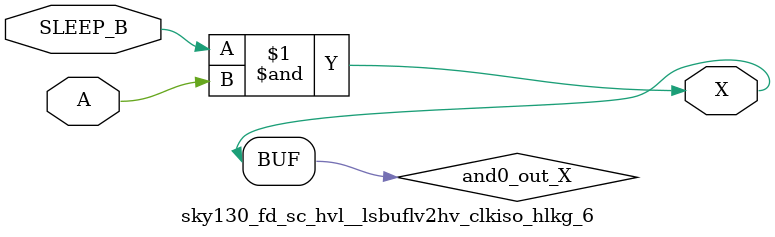
<source format=v>
module sky130_fd_sc_hvl__lsbuflv2hv_clkiso_hlkg_6 (
    X      ,
    A      ,
    SLEEP_B
);
    output X      ;
    input  A      ;
    input  SLEEP_B;
    wire SLEEP     ;
    wire and0_out_X;
    not not0 (SLEEP     , SLEEP_B        );
    and and0 (and0_out_X, SLEEP_B, A     );
    buf buf0 (X         , and0_out_X     );
endmodule
</source>
